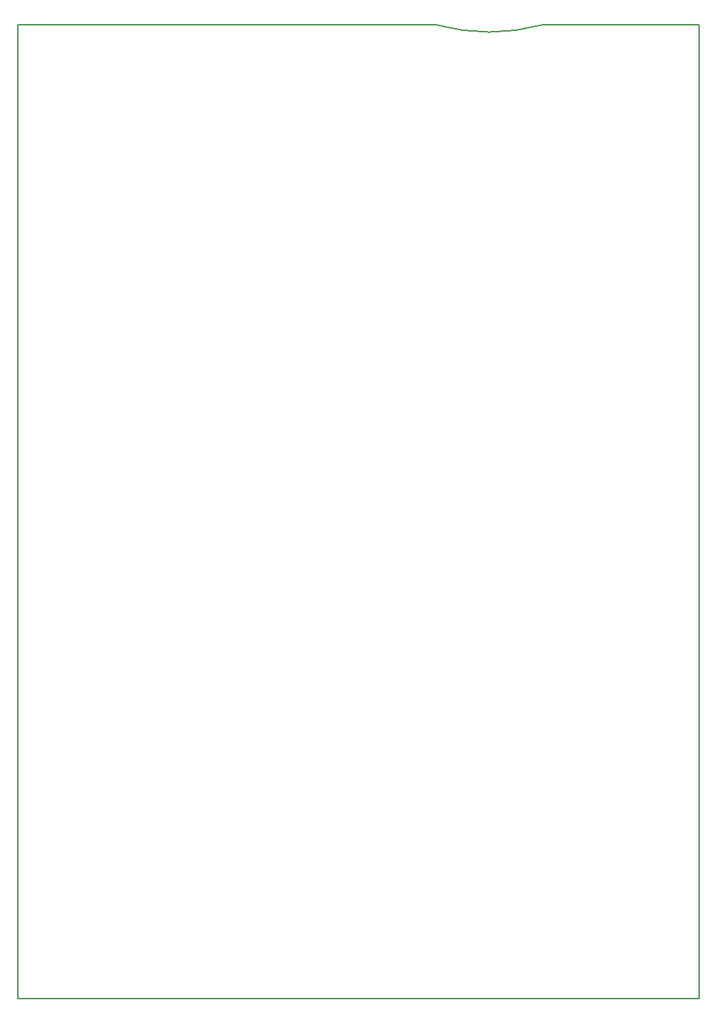
<source format=gm1>
G04 Layer_Color=39372*
%FSLAX44Y44*%
%MOMM*%
G71*
G01*
G75*
%ADD10C,0.2000*%
D10*
X515000Y1200000D02*
G03*
X647000Y1200000I66000J237445D01*
G01*
X0Y0D02*
Y1200000D01*
X840000Y0D02*
Y1200000D01*
X0Y0D02*
X840000D01*
X0Y1200000D02*
X515000D01*
X647000D02*
X840000D01*
M02*

</source>
